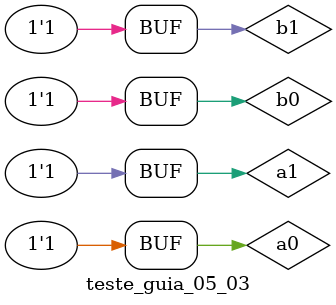
<source format=v>



module meia_soma (s0, s1, a, b);
	
	input   a, b;
	output s0, s1;
	
		// instancia	
	xor XOR1(s0,a, b);
	and AND1(s1, a, b);
	
endmodule // meia_soma


// --------------------------
// -- soma completa de 1 bit
// --------------------------

module soma_completa_1bit (s0, s1, a, b, c);
	
		// operador de soma completa de 1 bit
	
	input   a, b, c;
	output s0, s1;
	
	wire sa1, sa2, sa3;
	
		// instancia	
	meia_soma MEIA1 (sa1, sa2, a, b);
	meia_soma MEIA2 (s0, sa3, sa1, c);
	or OR1 (s1, sa2, sa3);
	
endmodule // soma_completa_1bit


// -----------------------------
// -- produto completo de 2 bits
// -----------------------------

module prod_comp_2bits (s0, s1, s2, s3, a0, a1, b0, b1);
	
		// operador de produto completo de 2 bits
	
	input   a0, a1, b0, b1;
	output s0, s1, s2, s3;
	
	wire sa1, sa2, sa3, sa4;
	
		// instancia	
	and AND1(s0, a0, b0);
	and AND2(sa1, a0, b1);
	and ADN3(sa2, a1, b0);
	and AND4(sa3, a1, b1);
		
	meia_soma MS1(s1, sa4, sa1, sa2);
	soma_completa_1bit SC1(s2, s3, sa3, 0, sa4);
	
endmodule // prod_comp_2bits


// ---------------------
// -- guia 05_03 teste
// ---------------------


module teste_guia_05_03;

	reg a0, a1, b0, b1;
	wire s0, s1, s2, s3;
	
		// instancia
	prod_comp_2bits PRODC2B (s0, s1, s2, s3, a0, a1, b0, b1);

	initial begin:start
		a0=0; a1=0; b0=0; b1=0;
	end

		// parte principal
	initial begin:main
		$display("Guia 05_03 - Mariana Ramos de Brito - 405820");
		$display("Teste do operador de produto completo de numeros com 2 bits cada.\n");
		$display("a1a0 x b1b0 = s3s2s1s0\n");
		$monitor("%b%b x %b%b = %b%b%b%b\n", a1, a0, b1, b0, s3, s2, s1, s0);
		
		#1 a1=0; a0=1; b1=0; b0=0;
		#1 a1=1; a0=0; b1=0; b0=0;
		#1 a1=1; a0=1; b1=0; b0=0;
		
		#1 a1=0; a0=0; b1=0; b0=1;
		#1 a1=0; a0=1; b1=0; b0=1;
		#1 a1=1; a0=0; b1=0; b0=1;
		#1 a1=1; a0=1; b1=0; b0=1;
		
		#1 a1=0; a0=0; b1=1; b0=0;
		#1 a1=0; a0=1; b1=1; b0=0;
		#1 a1=1; a0=0; b1=1; b0=0;
		#1 a1=1; a0=1; b1=1; b0=0;
		
		#1 a1=0; a0=0; b1=1; b0=1;
		#1 a1=0; a0=1; b1=1; b0=1;
		#1 a1=1; a0=0; b1=1; b0=1;
		#1 a1=1; a0=1; b1=1; b0=1;
  		
	end

endmodule // guia_05_03
</source>
